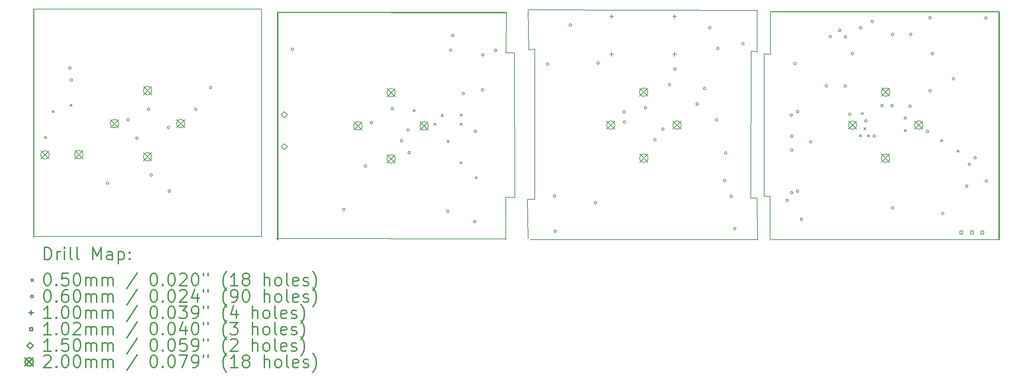
<source format=gbr>
%FSLAX45Y45*%
G04 Gerber Fmt 4.5, Leading zero omitted, Abs format (unit mm)*
G04 Created by KiCad (PCBNEW 4.0.6) date 05/08/17 07:22:51*
%MOMM*%
%LPD*%
G01*
G04 APERTURE LIST*
%ADD10C,0.127000*%
%ADD11C,0.150000*%
%ADD12C,0.200000*%
%ADD13C,0.300000*%
G04 APERTURE END LIST*
D10*
D11*
X15126190Y-7719950D02*
X20676410Y-7735250D01*
X14601950Y-8763870D02*
X14605850Y-7759710D01*
X14591970Y-12260010D02*
X14809350Y-12257470D01*
X14809350Y-12257470D02*
X14798890Y-8764090D01*
X14798890Y-8764090D02*
X14601950Y-8763870D01*
X14590270Y-13269610D02*
X14591970Y-12260010D01*
X15293110Y-8678290D02*
X15145290Y-8683810D01*
X15118870Y-12303930D02*
X15293110Y-12311990D01*
X20679770Y-13271630D02*
X20669270Y-12272430D01*
X20669270Y-12272430D02*
X20518910Y-12269890D01*
X20518910Y-12269890D02*
X20529410Y-8720590D01*
X20529410Y-8720590D02*
X20669610Y-8731090D01*
X20669610Y-8731090D02*
X20669610Y-7744590D01*
X15134790Y-7739510D02*
X15145290Y-8683810D01*
X15293110Y-8678290D02*
X15293110Y-12311990D01*
X15118870Y-12303930D02*
X15129370Y-13250530D01*
X20994170Y-8797350D02*
X20834450Y-8787510D01*
X20834450Y-8787510D02*
X20839530Y-12232470D01*
X20839530Y-12232470D02*
X20984330Y-12227930D01*
X20984330Y-12227930D02*
X20984330Y-13294730D01*
X26513530Y-13290290D02*
X26518610Y-7765790D01*
X26518610Y-7765790D02*
X20986870Y-7759450D01*
X20986870Y-7759450D02*
X20994170Y-8797350D01*
X3177810Y-13232890D02*
X3177810Y-7732890D01*
X14605850Y-13263710D02*
X9048090Y-13258930D01*
X26509810Y-13264390D02*
X26509810Y-7764390D01*
X9073010Y-7779790D02*
X14573010Y-7779790D01*
X9073010Y-13279790D02*
X9073010Y-7779790D01*
X3176210Y-13218290D02*
X3176210Y-7718290D01*
X3176410Y-13209690D02*
X3176410Y-7709690D01*
X14610510Y-7794590D02*
X9076510Y-7783190D01*
X9076510Y-13283190D02*
X9076510Y-7783190D01*
X26513210Y-7761890D02*
X21013210Y-7761890D01*
X26513210Y-13261890D02*
X26513210Y-7761890D01*
X21019610Y-13278290D02*
X26519610Y-13278290D01*
X26519610Y-13278290D02*
X26519610Y-7778290D01*
X26524010Y-7771090D02*
X21024010Y-7771090D01*
X26524010Y-13271090D02*
X26524010Y-7771090D01*
X15195210Y-13282590D02*
X20695210Y-13282590D01*
X20684310Y-13282590D02*
X15184310Y-13282590D01*
X9088410Y-7789590D02*
X14588410Y-7789590D01*
X9088410Y-13289590D02*
X9088410Y-7789590D01*
X14577510Y-7789590D02*
X9077510Y-7789590D01*
X9077510Y-13289590D02*
X9077510Y-7789590D01*
X3188010Y-13205990D02*
X8688010Y-13205990D01*
X3188010Y-7705990D02*
X8688010Y-7705990D01*
X3188010Y-13205990D02*
X3188010Y-7705990D01*
X8688010Y-13205990D02*
X8688010Y-7705990D01*
X8677110Y-13205990D02*
X3177110Y-13205990D01*
X8677110Y-7705990D02*
X3177110Y-7705990D01*
X3177110Y-13205990D02*
X3177110Y-7705990D01*
D12*
X3438010Y-10785990D02*
X3488010Y-10835990D01*
X3488010Y-10785990D02*
X3438010Y-10835990D01*
X3628790Y-10159090D02*
X3678790Y-10209090D01*
X3678790Y-10159090D02*
X3628790Y-10209090D01*
X4061510Y-10007790D02*
X4111510Y-10057790D01*
X4111510Y-10007790D02*
X4061510Y-10057790D01*
X12357210Y-10131390D02*
X12407210Y-10181390D01*
X12407210Y-10131390D02*
X12357210Y-10181390D01*
X12857810Y-10464690D02*
X12907810Y-10514690D01*
X12907810Y-10464690D02*
X12857810Y-10514690D01*
X13028710Y-10248390D02*
X13078710Y-10298390D01*
X13078710Y-10248390D02*
X13028710Y-10298390D01*
X13172110Y-10874390D02*
X13222110Y-10924390D01*
X13222110Y-10874390D02*
X13172110Y-10924390D01*
X13482210Y-11398090D02*
X13532210Y-11448090D01*
X13532210Y-11398090D02*
X13482210Y-11448090D01*
X13492710Y-10240990D02*
X13542710Y-10290990D01*
X13542710Y-10240990D02*
X13492710Y-10290990D01*
X13492710Y-10460490D02*
X13542710Y-10510490D01*
X13542710Y-10460490D02*
X13492710Y-10510490D01*
X13856210Y-11754290D02*
X13906210Y-11804290D01*
X13906210Y-11754290D02*
X13856210Y-11804290D01*
X23141310Y-10743190D02*
X23191310Y-10793190D01*
X23191310Y-10743190D02*
X23141310Y-10793190D01*
X23185210Y-10204190D02*
X23235210Y-10254190D01*
X23235210Y-10204190D02*
X23185210Y-10254190D01*
X23247610Y-10574490D02*
X23297610Y-10624490D01*
X23297610Y-10574490D02*
X23247610Y-10624490D01*
X23338710Y-10743190D02*
X23388710Y-10793190D01*
X23388710Y-10743190D02*
X23338710Y-10793190D01*
X24226910Y-10613790D02*
X24276910Y-10663790D01*
X24276910Y-10613790D02*
X24226910Y-10663790D01*
X25108410Y-10863290D02*
X25158410Y-10913290D01*
X25158410Y-10863290D02*
X25108410Y-10913290D01*
X25507410Y-11117890D02*
X25557410Y-11167890D01*
X25557410Y-11117890D02*
X25507410Y-11167890D01*
X4084010Y-9125190D02*
G75*
G03X4084010Y-9125190I-30000J0D01*
G01*
X4119010Y-9418390D02*
G75*
G03X4119010Y-9418390I-30000J0D01*
G01*
X4995300Y-11914400D02*
G75*
G03X4995300Y-11914400I-30000J0D01*
G01*
X5491030Y-10380510D02*
G75*
G03X5491030Y-10380510I-30000J0D01*
G01*
X5704810Y-10825890D02*
G75*
G03X5704810Y-10825890I-30000J0D01*
G01*
X5986330Y-10123970D02*
G75*
G03X5986330Y-10123970I-30000J0D01*
G01*
X6049310Y-11718290D02*
G75*
G03X6049310Y-11718290I-30000J0D01*
G01*
X6464710Y-10565890D02*
G75*
G03X6464710Y-10565890I-30000J0D01*
G01*
X6486810Y-12106690D02*
G75*
G03X6486810Y-12106690I-30000J0D01*
G01*
X7126210Y-10126890D02*
G75*
G03X7126210Y-10126890I-30000J0D01*
G01*
X7485410Y-9596390D02*
G75*
G03X7485410Y-9596390I-30000J0D01*
G01*
X9463810Y-8673790D02*
G75*
G03X9463810Y-8673790I-30000J0D01*
G01*
X10707710Y-12551290D02*
G75*
G03X10707710Y-12551290I-30000J0D01*
G01*
X11228160Y-11498340D02*
G75*
G03X11228160Y-11498340I-30000J0D01*
G01*
X11373930Y-10446010D02*
G75*
G03X11373930Y-10446010I-30000J0D01*
G01*
X11879390Y-10113270D02*
G75*
G03X11879390Y-10113270I-30000J0D01*
G01*
X12100370Y-10889810D02*
G75*
G03X12100370Y-10889810I-30000J0D01*
G01*
X12258310Y-10628690D02*
G75*
G03X12258310Y-10628690I-30000J0D01*
G01*
X12287470Y-11175710D02*
G75*
G03X12287470Y-11175710I-30000J0D01*
G01*
X13219910Y-12592890D02*
G75*
G03X13219910Y-12592890I-30000J0D01*
G01*
X13288210Y-8696290D02*
G75*
G03X13288210Y-8696290I-30000J0D01*
G01*
X13339510Y-8337290D02*
G75*
G03X13339510Y-8337290I-30000J0D01*
G01*
X13593510Y-9745790D02*
G75*
G03X13593510Y-9745790I-30000J0D01*
G01*
X13868910Y-12842790D02*
G75*
G03X13868910Y-12842790I-30000J0D01*
G01*
X13886570Y-10657530D02*
G75*
G03X13886570Y-10657530I-30000J0D01*
G01*
X14062810Y-9654490D02*
G75*
G03X14062810Y-9654490I-30000J0D01*
G01*
X14067410Y-8810390D02*
G75*
G03X14067410Y-8810390I-30000J0D01*
G01*
X14377710Y-8699590D02*
G75*
G03X14377710Y-8699590I-30000J0D01*
G01*
X15634230Y-9033250D02*
G75*
G03X15634230Y-9033250I-30000J0D01*
G01*
X15799610Y-12227990D02*
G75*
G03X15799610Y-12227990I-30000J0D01*
G01*
X15816010Y-13076890D02*
G75*
G03X15816010Y-13076890I-30000J0D01*
G01*
X16182210Y-8087590D02*
G75*
G03X16182210Y-8087590I-30000J0D01*
G01*
X16792210Y-12387590D02*
G75*
G03X16792210Y-12387590I-30000J0D01*
G01*
X16853310Y-9007490D02*
G75*
G03X16853310Y-9007490I-30000J0D01*
G01*
X17483350Y-10188950D02*
G75*
G03X17483350Y-10188950I-30000J0D01*
G01*
X17490970Y-10432790D02*
G75*
G03X17490970Y-10432790I-30000J0D01*
G01*
X17998010Y-10089790D02*
G75*
G03X17998010Y-10089790I-30000J0D01*
G01*
X18227570Y-10864590D02*
G75*
G03X18227570Y-10864590I-30000J0D01*
G01*
X18420910Y-10605690D02*
G75*
G03X18420910Y-10605690I-30000J0D01*
G01*
X18579960Y-9534240D02*
G75*
G03X18579960Y-9534240I-30000J0D01*
G01*
X18713710Y-9151990D02*
G75*
G03X18713710Y-9151990I-30000J0D01*
G01*
X19247810Y-9998690D02*
G75*
G03X19247810Y-9998690I-30000J0D01*
G01*
X19428210Y-9621990D02*
G75*
G03X19428210Y-9621990I-30000J0D01*
G01*
X19554510Y-8152890D02*
G75*
G03X19554510Y-8152890I-30000J0D01*
G01*
X19716010Y-10381990D02*
G75*
G03X19716010Y-10381990I-30000J0D01*
G01*
X19745610Y-8653890D02*
G75*
G03X19745610Y-8653890I-30000J0D01*
G01*
X19913610Y-11850690D02*
G75*
G03X19913610Y-11850690I-30000J0D01*
G01*
X19939530Y-11184630D02*
G75*
G03X19939530Y-11184630I-30000J0D01*
G01*
X20072910Y-12232490D02*
G75*
G03X20072910Y-12232490I-30000J0D01*
G01*
X20158010Y-13016590D02*
G75*
G03X20158010Y-13016590I-30000J0D01*
G01*
X20354810Y-8535410D02*
G75*
G03X20354810Y-8535410I-30000J0D01*
G01*
X21426710Y-12331990D02*
G75*
G03X21426710Y-12331990I-30000J0D01*
G01*
X21523510Y-10268890D02*
G75*
G03X21523510Y-10268890I-30000J0D01*
G01*
X21531810Y-12145290D02*
G75*
G03X21531810Y-12145290I-30000J0D01*
G01*
X21536010Y-10776590D02*
G75*
G03X21536010Y-10776590I-30000J0D01*
G01*
X21538410Y-11116290D02*
G75*
G03X21538410Y-11116290I-30000J0D01*
G01*
X21614310Y-9021090D02*
G75*
G03X21614310Y-9021090I-30000J0D01*
G01*
X21676210Y-12105990D02*
G75*
G03X21676210Y-12105990I-30000J0D01*
G01*
X21677010Y-10184890D02*
G75*
G03X21677010Y-10184890I-30000J0D01*
G01*
X21770310Y-12789590D02*
G75*
G03X21770310Y-12789590I-30000J0D01*
G01*
X21989910Y-10916290D02*
G75*
G03X21989910Y-10916290I-30000J0D01*
G01*
X22370610Y-9560090D02*
G75*
G03X22370610Y-9560090I-30000J0D01*
G01*
X22467360Y-8365540D02*
G75*
G03X22467360Y-8365540I-30000J0D01*
G01*
X22692910Y-8217290D02*
G75*
G03X22692910Y-8217290I-30000J0D01*
G01*
X22829710Y-9563290D02*
G75*
G03X22829710Y-9563290I-30000J0D01*
G01*
X22834210Y-8372390D02*
G75*
G03X22834210Y-8372390I-30000J0D01*
G01*
X22936710Y-10247090D02*
G75*
G03X22936710Y-10247090I-30000J0D01*
G01*
X23004310Y-8779490D02*
G75*
G03X23004310Y-8779490I-30000J0D01*
G01*
X23203430Y-8151870D02*
G75*
G03X23203430Y-8151870I-30000J0D01*
G01*
X23327890Y-10409930D02*
G75*
G03X23327890Y-10409930I-30000J0D01*
G01*
X23482830Y-8002010D02*
G75*
G03X23482830Y-8002010I-30000J0D01*
G01*
X23528550Y-10775690D02*
G75*
G03X23528550Y-10775690I-30000J0D01*
G01*
X23716510Y-10036550D02*
G75*
G03X23716510Y-10036550I-30000J0D01*
G01*
X23959870Y-10039210D02*
G75*
G03X23959870Y-10039210I-30000J0D01*
G01*
X23973050Y-8314430D02*
G75*
G03X23973050Y-8314430I-30000J0D01*
G01*
X23974410Y-12513790D02*
G75*
G03X23974410Y-12513790I-30000J0D01*
G01*
X24280390Y-10336270D02*
G75*
G03X24280390Y-10336270I-30000J0D01*
G01*
X24396010Y-10053690D02*
G75*
G03X24396010Y-10053690I-30000J0D01*
G01*
X24412470Y-8314430D02*
G75*
G03X24412470Y-8314430I-30000J0D01*
G01*
X24816330Y-10661390D02*
G75*
G03X24816330Y-10661390I-30000J0D01*
G01*
X24877010Y-7912790D02*
G75*
G03X24877010Y-7912790I-30000J0D01*
G01*
X24879610Y-9678190D02*
G75*
G03X24879610Y-9678190I-30000J0D01*
G01*
X24936910Y-8779490D02*
G75*
G03X24936910Y-8779490I-30000J0D01*
G01*
X25186510Y-12649690D02*
G75*
G03X25186510Y-12649690I-30000J0D01*
G01*
X25446410Y-9390290D02*
G75*
G03X25446410Y-9390290I-30000J0D01*
G01*
X25764110Y-11986090D02*
G75*
G03X25764110Y-11986090I-30000J0D01*
G01*
X25830810Y-11456390D02*
G75*
G03X25830810Y-11456390I-30000J0D01*
G01*
X25966950Y-11298930D02*
G75*
G03X25966950Y-11298930I-30000J0D01*
G01*
X26228810Y-7916590D02*
G75*
G03X26228810Y-7916590I-30000J0D01*
G01*
X26239410Y-11863390D02*
G75*
G03X26239410Y-11863390I-30000J0D01*
G01*
X17151210Y-7832090D02*
X17151210Y-7932090D01*
X17101210Y-7882090D02*
X17201210Y-7882090D01*
X17151210Y-8746490D02*
X17151210Y-8846490D01*
X17101210Y-8796490D02*
X17201210Y-8796490D01*
X18675210Y-7832090D02*
X18675210Y-7932090D01*
X18625210Y-7882090D02*
X18725210Y-7882090D01*
X18675210Y-8746490D02*
X18675210Y-8846490D01*
X18625210Y-8796490D02*
X18725210Y-8796490D01*
X25640131Y-13145871D02*
X25640131Y-13074029D01*
X25568289Y-13074029D01*
X25568289Y-13145871D01*
X25640131Y-13145871D01*
X25894131Y-13145871D02*
X25894131Y-13074029D01*
X25822289Y-13074029D01*
X25822289Y-13145871D01*
X25894131Y-13145871D01*
X26148131Y-13145871D02*
X26148131Y-13074029D01*
X26076289Y-13074029D01*
X26076289Y-13145871D01*
X26148131Y-13145871D01*
X9238010Y-10334890D02*
X9313010Y-10259890D01*
X9238010Y-10184890D01*
X9163010Y-10259890D01*
X9238010Y-10334890D01*
X9238010Y-11108290D02*
X9313010Y-11033290D01*
X9238010Y-10958290D01*
X9163010Y-11033290D01*
X9238010Y-11108290D01*
X3351510Y-11129890D02*
X3551510Y-11329890D01*
X3551510Y-11129890D02*
X3351510Y-11329890D01*
X3551510Y-11229890D02*
G75*
G03X3551510Y-11229890I-100000J0D01*
G01*
X4171910Y-11123290D02*
X4371910Y-11323290D01*
X4371910Y-11123290D02*
X4171910Y-11323290D01*
X4371910Y-11223290D02*
G75*
G03X4371910Y-11223290I-100000J0D01*
G01*
X5033370Y-10374490D02*
X5233370Y-10574490D01*
X5233370Y-10374490D02*
X5033370Y-10574490D01*
X5233370Y-10474490D02*
G75*
G03X5233370Y-10474490I-100000J0D01*
G01*
X5833470Y-9574390D02*
X6033470Y-9774390D01*
X6033470Y-9574390D02*
X5833470Y-9774390D01*
X6033470Y-9674390D02*
G75*
G03X6033470Y-9674390I-100000J0D01*
G01*
X5833470Y-11177130D02*
X6033470Y-11377130D01*
X6033470Y-11177130D02*
X5833470Y-11377130D01*
X6033470Y-11277130D02*
G75*
G03X6033470Y-11277130I-100000J0D01*
G01*
X6633570Y-10374490D02*
X6833570Y-10574490D01*
X6833570Y-10374490D02*
X6633570Y-10574490D01*
X6833570Y-10474490D02*
G75*
G03X6833570Y-10474490I-100000J0D01*
G01*
X10918810Y-10427290D02*
X11118810Y-10627290D01*
X11118810Y-10427290D02*
X10918810Y-10627290D01*
X11118810Y-10527290D02*
G75*
G03X11118810Y-10527290I-100000J0D01*
G01*
X11718910Y-9624650D02*
X11918910Y-9824650D01*
X11918910Y-9624650D02*
X11718910Y-9824650D01*
X11918910Y-9724650D02*
G75*
G03X11918910Y-9724650I-100000J0D01*
G01*
X11718910Y-11227390D02*
X11918910Y-11427390D01*
X11918910Y-11227390D02*
X11718910Y-11427390D01*
X11918910Y-11327390D02*
G75*
G03X11918910Y-11327390I-100000J0D01*
G01*
X12519010Y-10427290D02*
X12719010Y-10627290D01*
X12719010Y-10427290D02*
X12519010Y-10627290D01*
X12719010Y-10527290D02*
G75*
G03X12719010Y-10527290I-100000J0D01*
G01*
X17030770Y-10408990D02*
X17230770Y-10608990D01*
X17230770Y-10408990D02*
X17030770Y-10608990D01*
X17230770Y-10508990D02*
G75*
G03X17230770Y-10508990I-100000J0D01*
G01*
X17825770Y-9611350D02*
X18025770Y-9811350D01*
X18025770Y-9611350D02*
X17825770Y-9811350D01*
X18025770Y-9711350D02*
G75*
G03X18025770Y-9711350I-100000J0D01*
G01*
X17830870Y-11209090D02*
X18030870Y-11409090D01*
X18030870Y-11209090D02*
X17830870Y-11409090D01*
X18030870Y-11309090D02*
G75*
G03X18030870Y-11309090I-100000J0D01*
G01*
X18630970Y-10408990D02*
X18830970Y-10608990D01*
X18830970Y-10408990D02*
X18630970Y-10608990D01*
X18830970Y-10508990D02*
G75*
G03X18830970Y-10508990I-100000J0D01*
G01*
X22875310Y-10408990D02*
X23075310Y-10608990D01*
X23075310Y-10408990D02*
X22875310Y-10608990D01*
X23075310Y-10508990D02*
G75*
G03X23075310Y-10508990I-100000J0D01*
G01*
X23672870Y-11209090D02*
X23872870Y-11409090D01*
X23872870Y-11209090D02*
X23672870Y-11409090D01*
X23872870Y-11309090D02*
G75*
G03X23872870Y-11309090I-100000J0D01*
G01*
X23676110Y-9610890D02*
X23876110Y-9810890D01*
X23876110Y-9610890D02*
X23676110Y-9810890D01*
X23876110Y-9710890D02*
G75*
G03X23876110Y-9710890I-100000J0D01*
G01*
X24475510Y-10408990D02*
X24675510Y-10608990D01*
X24675510Y-10408990D02*
X24475510Y-10608990D01*
X24675510Y-10508990D02*
G75*
G03X24675510Y-10508990I-100000J0D01*
G01*
D13*
X3440138Y-13767944D02*
X3440138Y-13467944D01*
X3511567Y-13467944D01*
X3554424Y-13482230D01*
X3582996Y-13510801D01*
X3597281Y-13539373D01*
X3611567Y-13596516D01*
X3611567Y-13639373D01*
X3597281Y-13696516D01*
X3582996Y-13725087D01*
X3554424Y-13753659D01*
X3511567Y-13767944D01*
X3440138Y-13767944D01*
X3740138Y-13767944D02*
X3740138Y-13567944D01*
X3740138Y-13625087D02*
X3754424Y-13596516D01*
X3768710Y-13582230D01*
X3797281Y-13567944D01*
X3825853Y-13567944D01*
X3925853Y-13767944D02*
X3925853Y-13567944D01*
X3925853Y-13467944D02*
X3911567Y-13482230D01*
X3925853Y-13496516D01*
X3940138Y-13482230D01*
X3925853Y-13467944D01*
X3925853Y-13496516D01*
X4111567Y-13767944D02*
X4082996Y-13753659D01*
X4068710Y-13725087D01*
X4068710Y-13467944D01*
X4268710Y-13767944D02*
X4240139Y-13753659D01*
X4225853Y-13725087D01*
X4225853Y-13467944D01*
X4611567Y-13767944D02*
X4611567Y-13467944D01*
X4711567Y-13682230D01*
X4811567Y-13467944D01*
X4811567Y-13767944D01*
X5082996Y-13767944D02*
X5082996Y-13610801D01*
X5068710Y-13582230D01*
X5040139Y-13567944D01*
X4982996Y-13567944D01*
X4954424Y-13582230D01*
X5082996Y-13753659D02*
X5054424Y-13767944D01*
X4982996Y-13767944D01*
X4954424Y-13753659D01*
X4940139Y-13725087D01*
X4940139Y-13696516D01*
X4954424Y-13667944D01*
X4982996Y-13653659D01*
X5054424Y-13653659D01*
X5082996Y-13639373D01*
X5225853Y-13567944D02*
X5225853Y-13867944D01*
X5225853Y-13582230D02*
X5254424Y-13567944D01*
X5311567Y-13567944D01*
X5340139Y-13582230D01*
X5354424Y-13596516D01*
X5368710Y-13625087D01*
X5368710Y-13710801D01*
X5354424Y-13739373D01*
X5340139Y-13753659D01*
X5311567Y-13767944D01*
X5254424Y-13767944D01*
X5225853Y-13753659D01*
X5497281Y-13739373D02*
X5511567Y-13753659D01*
X5497281Y-13767944D01*
X5482996Y-13753659D01*
X5497281Y-13739373D01*
X5497281Y-13767944D01*
X5497281Y-13582230D02*
X5511567Y-13596516D01*
X5497281Y-13610801D01*
X5482996Y-13596516D01*
X5497281Y-13582230D01*
X5497281Y-13610801D01*
X3118710Y-14237230D02*
X3168710Y-14287230D01*
X3168710Y-14237230D02*
X3118710Y-14287230D01*
X3497281Y-14097944D02*
X3525853Y-14097944D01*
X3554424Y-14112230D01*
X3568710Y-14126516D01*
X3582996Y-14155087D01*
X3597281Y-14212230D01*
X3597281Y-14283659D01*
X3582996Y-14340801D01*
X3568710Y-14369373D01*
X3554424Y-14383659D01*
X3525853Y-14397944D01*
X3497281Y-14397944D01*
X3468710Y-14383659D01*
X3454424Y-14369373D01*
X3440138Y-14340801D01*
X3425853Y-14283659D01*
X3425853Y-14212230D01*
X3440138Y-14155087D01*
X3454424Y-14126516D01*
X3468710Y-14112230D01*
X3497281Y-14097944D01*
X3725853Y-14369373D02*
X3740138Y-14383659D01*
X3725853Y-14397944D01*
X3711567Y-14383659D01*
X3725853Y-14369373D01*
X3725853Y-14397944D01*
X4011567Y-14097944D02*
X3868710Y-14097944D01*
X3854424Y-14240801D01*
X3868710Y-14226516D01*
X3897281Y-14212230D01*
X3968710Y-14212230D01*
X3997281Y-14226516D01*
X4011567Y-14240801D01*
X4025853Y-14269373D01*
X4025853Y-14340801D01*
X4011567Y-14369373D01*
X3997281Y-14383659D01*
X3968710Y-14397944D01*
X3897281Y-14397944D01*
X3868710Y-14383659D01*
X3854424Y-14369373D01*
X4211567Y-14097944D02*
X4240139Y-14097944D01*
X4268710Y-14112230D01*
X4282996Y-14126516D01*
X4297281Y-14155087D01*
X4311567Y-14212230D01*
X4311567Y-14283659D01*
X4297281Y-14340801D01*
X4282996Y-14369373D01*
X4268710Y-14383659D01*
X4240139Y-14397944D01*
X4211567Y-14397944D01*
X4182996Y-14383659D01*
X4168710Y-14369373D01*
X4154424Y-14340801D01*
X4140138Y-14283659D01*
X4140138Y-14212230D01*
X4154424Y-14155087D01*
X4168710Y-14126516D01*
X4182996Y-14112230D01*
X4211567Y-14097944D01*
X4440139Y-14397944D02*
X4440139Y-14197944D01*
X4440139Y-14226516D02*
X4454424Y-14212230D01*
X4482996Y-14197944D01*
X4525853Y-14197944D01*
X4554424Y-14212230D01*
X4568710Y-14240801D01*
X4568710Y-14397944D01*
X4568710Y-14240801D02*
X4582996Y-14212230D01*
X4611567Y-14197944D01*
X4654424Y-14197944D01*
X4682996Y-14212230D01*
X4697281Y-14240801D01*
X4697281Y-14397944D01*
X4840139Y-14397944D02*
X4840139Y-14197944D01*
X4840139Y-14226516D02*
X4854424Y-14212230D01*
X4882996Y-14197944D01*
X4925853Y-14197944D01*
X4954424Y-14212230D01*
X4968710Y-14240801D01*
X4968710Y-14397944D01*
X4968710Y-14240801D02*
X4982996Y-14212230D01*
X5011567Y-14197944D01*
X5054424Y-14197944D01*
X5082996Y-14212230D01*
X5097281Y-14240801D01*
X5097281Y-14397944D01*
X5682996Y-14083659D02*
X5425853Y-14469373D01*
X6068710Y-14097944D02*
X6097281Y-14097944D01*
X6125853Y-14112230D01*
X6140138Y-14126516D01*
X6154424Y-14155087D01*
X6168710Y-14212230D01*
X6168710Y-14283659D01*
X6154424Y-14340801D01*
X6140138Y-14369373D01*
X6125853Y-14383659D01*
X6097281Y-14397944D01*
X6068710Y-14397944D01*
X6040138Y-14383659D01*
X6025853Y-14369373D01*
X6011567Y-14340801D01*
X5997281Y-14283659D01*
X5997281Y-14212230D01*
X6011567Y-14155087D01*
X6025853Y-14126516D01*
X6040138Y-14112230D01*
X6068710Y-14097944D01*
X6297281Y-14369373D02*
X6311567Y-14383659D01*
X6297281Y-14397944D01*
X6282996Y-14383659D01*
X6297281Y-14369373D01*
X6297281Y-14397944D01*
X6497281Y-14097944D02*
X6525853Y-14097944D01*
X6554424Y-14112230D01*
X6568710Y-14126516D01*
X6582995Y-14155087D01*
X6597281Y-14212230D01*
X6597281Y-14283659D01*
X6582995Y-14340801D01*
X6568710Y-14369373D01*
X6554424Y-14383659D01*
X6525853Y-14397944D01*
X6497281Y-14397944D01*
X6468710Y-14383659D01*
X6454424Y-14369373D01*
X6440138Y-14340801D01*
X6425853Y-14283659D01*
X6425853Y-14212230D01*
X6440138Y-14155087D01*
X6454424Y-14126516D01*
X6468710Y-14112230D01*
X6497281Y-14097944D01*
X6711567Y-14126516D02*
X6725853Y-14112230D01*
X6754424Y-14097944D01*
X6825853Y-14097944D01*
X6854424Y-14112230D01*
X6868710Y-14126516D01*
X6882995Y-14155087D01*
X6882995Y-14183659D01*
X6868710Y-14226516D01*
X6697281Y-14397944D01*
X6882995Y-14397944D01*
X7068710Y-14097944D02*
X7097281Y-14097944D01*
X7125853Y-14112230D01*
X7140138Y-14126516D01*
X7154424Y-14155087D01*
X7168710Y-14212230D01*
X7168710Y-14283659D01*
X7154424Y-14340801D01*
X7140138Y-14369373D01*
X7125853Y-14383659D01*
X7097281Y-14397944D01*
X7068710Y-14397944D01*
X7040138Y-14383659D01*
X7025853Y-14369373D01*
X7011567Y-14340801D01*
X6997281Y-14283659D01*
X6997281Y-14212230D01*
X7011567Y-14155087D01*
X7025853Y-14126516D01*
X7040138Y-14112230D01*
X7068710Y-14097944D01*
X7282996Y-14097944D02*
X7282996Y-14155087D01*
X7397281Y-14097944D02*
X7397281Y-14155087D01*
X7840138Y-14512230D02*
X7825853Y-14497944D01*
X7797281Y-14455087D01*
X7782995Y-14426516D01*
X7768710Y-14383659D01*
X7754424Y-14312230D01*
X7754424Y-14255087D01*
X7768710Y-14183659D01*
X7782995Y-14140801D01*
X7797281Y-14112230D01*
X7825853Y-14069373D01*
X7840138Y-14055087D01*
X8111567Y-14397944D02*
X7940138Y-14397944D01*
X8025853Y-14397944D02*
X8025853Y-14097944D01*
X7997281Y-14140801D01*
X7968710Y-14169373D01*
X7940138Y-14183659D01*
X8282995Y-14226516D02*
X8254424Y-14212230D01*
X8240138Y-14197944D01*
X8225853Y-14169373D01*
X8225853Y-14155087D01*
X8240138Y-14126516D01*
X8254424Y-14112230D01*
X8282995Y-14097944D01*
X8340138Y-14097944D01*
X8368710Y-14112230D01*
X8382995Y-14126516D01*
X8397281Y-14155087D01*
X8397281Y-14169373D01*
X8382995Y-14197944D01*
X8368710Y-14212230D01*
X8340138Y-14226516D01*
X8282995Y-14226516D01*
X8254424Y-14240801D01*
X8240138Y-14255087D01*
X8225853Y-14283659D01*
X8225853Y-14340801D01*
X8240138Y-14369373D01*
X8254424Y-14383659D01*
X8282995Y-14397944D01*
X8340138Y-14397944D01*
X8368710Y-14383659D01*
X8382995Y-14369373D01*
X8397281Y-14340801D01*
X8397281Y-14283659D01*
X8382995Y-14255087D01*
X8368710Y-14240801D01*
X8340138Y-14226516D01*
X8754424Y-14397944D02*
X8754424Y-14097944D01*
X8882996Y-14397944D02*
X8882996Y-14240801D01*
X8868710Y-14212230D01*
X8840138Y-14197944D01*
X8797281Y-14197944D01*
X8768710Y-14212230D01*
X8754424Y-14226516D01*
X9068710Y-14397944D02*
X9040138Y-14383659D01*
X9025853Y-14369373D01*
X9011567Y-14340801D01*
X9011567Y-14255087D01*
X9025853Y-14226516D01*
X9040138Y-14212230D01*
X9068710Y-14197944D01*
X9111567Y-14197944D01*
X9140138Y-14212230D01*
X9154424Y-14226516D01*
X9168710Y-14255087D01*
X9168710Y-14340801D01*
X9154424Y-14369373D01*
X9140138Y-14383659D01*
X9111567Y-14397944D01*
X9068710Y-14397944D01*
X9340138Y-14397944D02*
X9311567Y-14383659D01*
X9297281Y-14355087D01*
X9297281Y-14097944D01*
X9568710Y-14383659D02*
X9540139Y-14397944D01*
X9482996Y-14397944D01*
X9454424Y-14383659D01*
X9440139Y-14355087D01*
X9440139Y-14240801D01*
X9454424Y-14212230D01*
X9482996Y-14197944D01*
X9540139Y-14197944D01*
X9568710Y-14212230D01*
X9582996Y-14240801D01*
X9582996Y-14269373D01*
X9440139Y-14297944D01*
X9697281Y-14383659D02*
X9725853Y-14397944D01*
X9782996Y-14397944D01*
X9811567Y-14383659D01*
X9825853Y-14355087D01*
X9825853Y-14340801D01*
X9811567Y-14312230D01*
X9782996Y-14297944D01*
X9740139Y-14297944D01*
X9711567Y-14283659D01*
X9697281Y-14255087D01*
X9697281Y-14240801D01*
X9711567Y-14212230D01*
X9740139Y-14197944D01*
X9782996Y-14197944D01*
X9811567Y-14212230D01*
X9925853Y-14512230D02*
X9940139Y-14497944D01*
X9968710Y-14455087D01*
X9982996Y-14426516D01*
X9997281Y-14383659D01*
X10011567Y-14312230D01*
X10011567Y-14255087D01*
X9997281Y-14183659D01*
X9982996Y-14140801D01*
X9968710Y-14112230D01*
X9940139Y-14069373D01*
X9925853Y-14055087D01*
X3168710Y-14658230D02*
G75*
G03X3168710Y-14658230I-30000J0D01*
G01*
X3497281Y-14493944D02*
X3525853Y-14493944D01*
X3554424Y-14508230D01*
X3568710Y-14522516D01*
X3582996Y-14551087D01*
X3597281Y-14608230D01*
X3597281Y-14679659D01*
X3582996Y-14736801D01*
X3568710Y-14765373D01*
X3554424Y-14779659D01*
X3525853Y-14793944D01*
X3497281Y-14793944D01*
X3468710Y-14779659D01*
X3454424Y-14765373D01*
X3440138Y-14736801D01*
X3425853Y-14679659D01*
X3425853Y-14608230D01*
X3440138Y-14551087D01*
X3454424Y-14522516D01*
X3468710Y-14508230D01*
X3497281Y-14493944D01*
X3725853Y-14765373D02*
X3740138Y-14779659D01*
X3725853Y-14793944D01*
X3711567Y-14779659D01*
X3725853Y-14765373D01*
X3725853Y-14793944D01*
X3997281Y-14493944D02*
X3940138Y-14493944D01*
X3911567Y-14508230D01*
X3897281Y-14522516D01*
X3868710Y-14565373D01*
X3854424Y-14622516D01*
X3854424Y-14736801D01*
X3868710Y-14765373D01*
X3882996Y-14779659D01*
X3911567Y-14793944D01*
X3968710Y-14793944D01*
X3997281Y-14779659D01*
X4011567Y-14765373D01*
X4025853Y-14736801D01*
X4025853Y-14665373D01*
X4011567Y-14636801D01*
X3997281Y-14622516D01*
X3968710Y-14608230D01*
X3911567Y-14608230D01*
X3882996Y-14622516D01*
X3868710Y-14636801D01*
X3854424Y-14665373D01*
X4211567Y-14493944D02*
X4240139Y-14493944D01*
X4268710Y-14508230D01*
X4282996Y-14522516D01*
X4297281Y-14551087D01*
X4311567Y-14608230D01*
X4311567Y-14679659D01*
X4297281Y-14736801D01*
X4282996Y-14765373D01*
X4268710Y-14779659D01*
X4240139Y-14793944D01*
X4211567Y-14793944D01*
X4182996Y-14779659D01*
X4168710Y-14765373D01*
X4154424Y-14736801D01*
X4140138Y-14679659D01*
X4140138Y-14608230D01*
X4154424Y-14551087D01*
X4168710Y-14522516D01*
X4182996Y-14508230D01*
X4211567Y-14493944D01*
X4440139Y-14793944D02*
X4440139Y-14593944D01*
X4440139Y-14622516D02*
X4454424Y-14608230D01*
X4482996Y-14593944D01*
X4525853Y-14593944D01*
X4554424Y-14608230D01*
X4568710Y-14636801D01*
X4568710Y-14793944D01*
X4568710Y-14636801D02*
X4582996Y-14608230D01*
X4611567Y-14593944D01*
X4654424Y-14593944D01*
X4682996Y-14608230D01*
X4697281Y-14636801D01*
X4697281Y-14793944D01*
X4840139Y-14793944D02*
X4840139Y-14593944D01*
X4840139Y-14622516D02*
X4854424Y-14608230D01*
X4882996Y-14593944D01*
X4925853Y-14593944D01*
X4954424Y-14608230D01*
X4968710Y-14636801D01*
X4968710Y-14793944D01*
X4968710Y-14636801D02*
X4982996Y-14608230D01*
X5011567Y-14593944D01*
X5054424Y-14593944D01*
X5082996Y-14608230D01*
X5097281Y-14636801D01*
X5097281Y-14793944D01*
X5682996Y-14479659D02*
X5425853Y-14865373D01*
X6068710Y-14493944D02*
X6097281Y-14493944D01*
X6125853Y-14508230D01*
X6140138Y-14522516D01*
X6154424Y-14551087D01*
X6168710Y-14608230D01*
X6168710Y-14679659D01*
X6154424Y-14736801D01*
X6140138Y-14765373D01*
X6125853Y-14779659D01*
X6097281Y-14793944D01*
X6068710Y-14793944D01*
X6040138Y-14779659D01*
X6025853Y-14765373D01*
X6011567Y-14736801D01*
X5997281Y-14679659D01*
X5997281Y-14608230D01*
X6011567Y-14551087D01*
X6025853Y-14522516D01*
X6040138Y-14508230D01*
X6068710Y-14493944D01*
X6297281Y-14765373D02*
X6311567Y-14779659D01*
X6297281Y-14793944D01*
X6282996Y-14779659D01*
X6297281Y-14765373D01*
X6297281Y-14793944D01*
X6497281Y-14493944D02*
X6525853Y-14493944D01*
X6554424Y-14508230D01*
X6568710Y-14522516D01*
X6582995Y-14551087D01*
X6597281Y-14608230D01*
X6597281Y-14679659D01*
X6582995Y-14736801D01*
X6568710Y-14765373D01*
X6554424Y-14779659D01*
X6525853Y-14793944D01*
X6497281Y-14793944D01*
X6468710Y-14779659D01*
X6454424Y-14765373D01*
X6440138Y-14736801D01*
X6425853Y-14679659D01*
X6425853Y-14608230D01*
X6440138Y-14551087D01*
X6454424Y-14522516D01*
X6468710Y-14508230D01*
X6497281Y-14493944D01*
X6711567Y-14522516D02*
X6725853Y-14508230D01*
X6754424Y-14493944D01*
X6825853Y-14493944D01*
X6854424Y-14508230D01*
X6868710Y-14522516D01*
X6882995Y-14551087D01*
X6882995Y-14579659D01*
X6868710Y-14622516D01*
X6697281Y-14793944D01*
X6882995Y-14793944D01*
X7140138Y-14593944D02*
X7140138Y-14793944D01*
X7068710Y-14479659D02*
X6997281Y-14693944D01*
X7182995Y-14693944D01*
X7282996Y-14493944D02*
X7282996Y-14551087D01*
X7397281Y-14493944D02*
X7397281Y-14551087D01*
X7840138Y-14908230D02*
X7825853Y-14893944D01*
X7797281Y-14851087D01*
X7782995Y-14822516D01*
X7768710Y-14779659D01*
X7754424Y-14708230D01*
X7754424Y-14651087D01*
X7768710Y-14579659D01*
X7782995Y-14536801D01*
X7797281Y-14508230D01*
X7825853Y-14465373D01*
X7840138Y-14451087D01*
X7968710Y-14793944D02*
X8025853Y-14793944D01*
X8054424Y-14779659D01*
X8068710Y-14765373D01*
X8097281Y-14722516D01*
X8111567Y-14665373D01*
X8111567Y-14551087D01*
X8097281Y-14522516D01*
X8082995Y-14508230D01*
X8054424Y-14493944D01*
X7997281Y-14493944D01*
X7968710Y-14508230D01*
X7954424Y-14522516D01*
X7940138Y-14551087D01*
X7940138Y-14622516D01*
X7954424Y-14651087D01*
X7968710Y-14665373D01*
X7997281Y-14679659D01*
X8054424Y-14679659D01*
X8082995Y-14665373D01*
X8097281Y-14651087D01*
X8111567Y-14622516D01*
X8297281Y-14493944D02*
X8325853Y-14493944D01*
X8354424Y-14508230D01*
X8368710Y-14522516D01*
X8382995Y-14551087D01*
X8397281Y-14608230D01*
X8397281Y-14679659D01*
X8382995Y-14736801D01*
X8368710Y-14765373D01*
X8354424Y-14779659D01*
X8325853Y-14793944D01*
X8297281Y-14793944D01*
X8268710Y-14779659D01*
X8254424Y-14765373D01*
X8240138Y-14736801D01*
X8225853Y-14679659D01*
X8225853Y-14608230D01*
X8240138Y-14551087D01*
X8254424Y-14522516D01*
X8268710Y-14508230D01*
X8297281Y-14493944D01*
X8754424Y-14793944D02*
X8754424Y-14493944D01*
X8882996Y-14793944D02*
X8882996Y-14636801D01*
X8868710Y-14608230D01*
X8840138Y-14593944D01*
X8797281Y-14593944D01*
X8768710Y-14608230D01*
X8754424Y-14622516D01*
X9068710Y-14793944D02*
X9040138Y-14779659D01*
X9025853Y-14765373D01*
X9011567Y-14736801D01*
X9011567Y-14651087D01*
X9025853Y-14622516D01*
X9040138Y-14608230D01*
X9068710Y-14593944D01*
X9111567Y-14593944D01*
X9140138Y-14608230D01*
X9154424Y-14622516D01*
X9168710Y-14651087D01*
X9168710Y-14736801D01*
X9154424Y-14765373D01*
X9140138Y-14779659D01*
X9111567Y-14793944D01*
X9068710Y-14793944D01*
X9340138Y-14793944D02*
X9311567Y-14779659D01*
X9297281Y-14751087D01*
X9297281Y-14493944D01*
X9568710Y-14779659D02*
X9540139Y-14793944D01*
X9482996Y-14793944D01*
X9454424Y-14779659D01*
X9440139Y-14751087D01*
X9440139Y-14636801D01*
X9454424Y-14608230D01*
X9482996Y-14593944D01*
X9540139Y-14593944D01*
X9568710Y-14608230D01*
X9582996Y-14636801D01*
X9582996Y-14665373D01*
X9440139Y-14693944D01*
X9697281Y-14779659D02*
X9725853Y-14793944D01*
X9782996Y-14793944D01*
X9811567Y-14779659D01*
X9825853Y-14751087D01*
X9825853Y-14736801D01*
X9811567Y-14708230D01*
X9782996Y-14693944D01*
X9740139Y-14693944D01*
X9711567Y-14679659D01*
X9697281Y-14651087D01*
X9697281Y-14636801D01*
X9711567Y-14608230D01*
X9740139Y-14593944D01*
X9782996Y-14593944D01*
X9811567Y-14608230D01*
X9925853Y-14908230D02*
X9940139Y-14893944D01*
X9968710Y-14851087D01*
X9982996Y-14822516D01*
X9997281Y-14779659D01*
X10011567Y-14708230D01*
X10011567Y-14651087D01*
X9997281Y-14579659D01*
X9982996Y-14536801D01*
X9968710Y-14508230D01*
X9940139Y-14465373D01*
X9925853Y-14451087D01*
X3118710Y-15004230D02*
X3118710Y-15104230D01*
X3068710Y-15054230D02*
X3168710Y-15054230D01*
X3597281Y-15189944D02*
X3425853Y-15189944D01*
X3511567Y-15189944D02*
X3511567Y-14889944D01*
X3482996Y-14932801D01*
X3454424Y-14961373D01*
X3425853Y-14975659D01*
X3725853Y-15161373D02*
X3740138Y-15175659D01*
X3725853Y-15189944D01*
X3711567Y-15175659D01*
X3725853Y-15161373D01*
X3725853Y-15189944D01*
X3925853Y-14889944D02*
X3954424Y-14889944D01*
X3982996Y-14904230D01*
X3997281Y-14918516D01*
X4011567Y-14947087D01*
X4025853Y-15004230D01*
X4025853Y-15075659D01*
X4011567Y-15132801D01*
X3997281Y-15161373D01*
X3982996Y-15175659D01*
X3954424Y-15189944D01*
X3925853Y-15189944D01*
X3897281Y-15175659D01*
X3882996Y-15161373D01*
X3868710Y-15132801D01*
X3854424Y-15075659D01*
X3854424Y-15004230D01*
X3868710Y-14947087D01*
X3882996Y-14918516D01*
X3897281Y-14904230D01*
X3925853Y-14889944D01*
X4211567Y-14889944D02*
X4240139Y-14889944D01*
X4268710Y-14904230D01*
X4282996Y-14918516D01*
X4297281Y-14947087D01*
X4311567Y-15004230D01*
X4311567Y-15075659D01*
X4297281Y-15132801D01*
X4282996Y-15161373D01*
X4268710Y-15175659D01*
X4240139Y-15189944D01*
X4211567Y-15189944D01*
X4182996Y-15175659D01*
X4168710Y-15161373D01*
X4154424Y-15132801D01*
X4140138Y-15075659D01*
X4140138Y-15004230D01*
X4154424Y-14947087D01*
X4168710Y-14918516D01*
X4182996Y-14904230D01*
X4211567Y-14889944D01*
X4440139Y-15189944D02*
X4440139Y-14989944D01*
X4440139Y-15018516D02*
X4454424Y-15004230D01*
X4482996Y-14989944D01*
X4525853Y-14989944D01*
X4554424Y-15004230D01*
X4568710Y-15032801D01*
X4568710Y-15189944D01*
X4568710Y-15032801D02*
X4582996Y-15004230D01*
X4611567Y-14989944D01*
X4654424Y-14989944D01*
X4682996Y-15004230D01*
X4697281Y-15032801D01*
X4697281Y-15189944D01*
X4840139Y-15189944D02*
X4840139Y-14989944D01*
X4840139Y-15018516D02*
X4854424Y-15004230D01*
X4882996Y-14989944D01*
X4925853Y-14989944D01*
X4954424Y-15004230D01*
X4968710Y-15032801D01*
X4968710Y-15189944D01*
X4968710Y-15032801D02*
X4982996Y-15004230D01*
X5011567Y-14989944D01*
X5054424Y-14989944D01*
X5082996Y-15004230D01*
X5097281Y-15032801D01*
X5097281Y-15189944D01*
X5682996Y-14875659D02*
X5425853Y-15261373D01*
X6068710Y-14889944D02*
X6097281Y-14889944D01*
X6125853Y-14904230D01*
X6140138Y-14918516D01*
X6154424Y-14947087D01*
X6168710Y-15004230D01*
X6168710Y-15075659D01*
X6154424Y-15132801D01*
X6140138Y-15161373D01*
X6125853Y-15175659D01*
X6097281Y-15189944D01*
X6068710Y-15189944D01*
X6040138Y-15175659D01*
X6025853Y-15161373D01*
X6011567Y-15132801D01*
X5997281Y-15075659D01*
X5997281Y-15004230D01*
X6011567Y-14947087D01*
X6025853Y-14918516D01*
X6040138Y-14904230D01*
X6068710Y-14889944D01*
X6297281Y-15161373D02*
X6311567Y-15175659D01*
X6297281Y-15189944D01*
X6282996Y-15175659D01*
X6297281Y-15161373D01*
X6297281Y-15189944D01*
X6497281Y-14889944D02*
X6525853Y-14889944D01*
X6554424Y-14904230D01*
X6568710Y-14918516D01*
X6582995Y-14947087D01*
X6597281Y-15004230D01*
X6597281Y-15075659D01*
X6582995Y-15132801D01*
X6568710Y-15161373D01*
X6554424Y-15175659D01*
X6525853Y-15189944D01*
X6497281Y-15189944D01*
X6468710Y-15175659D01*
X6454424Y-15161373D01*
X6440138Y-15132801D01*
X6425853Y-15075659D01*
X6425853Y-15004230D01*
X6440138Y-14947087D01*
X6454424Y-14918516D01*
X6468710Y-14904230D01*
X6497281Y-14889944D01*
X6697281Y-14889944D02*
X6882995Y-14889944D01*
X6782995Y-15004230D01*
X6825853Y-15004230D01*
X6854424Y-15018516D01*
X6868710Y-15032801D01*
X6882995Y-15061373D01*
X6882995Y-15132801D01*
X6868710Y-15161373D01*
X6854424Y-15175659D01*
X6825853Y-15189944D01*
X6740138Y-15189944D01*
X6711567Y-15175659D01*
X6697281Y-15161373D01*
X7025853Y-15189944D02*
X7082995Y-15189944D01*
X7111567Y-15175659D01*
X7125853Y-15161373D01*
X7154424Y-15118516D01*
X7168710Y-15061373D01*
X7168710Y-14947087D01*
X7154424Y-14918516D01*
X7140138Y-14904230D01*
X7111567Y-14889944D01*
X7054424Y-14889944D01*
X7025853Y-14904230D01*
X7011567Y-14918516D01*
X6997281Y-14947087D01*
X6997281Y-15018516D01*
X7011567Y-15047087D01*
X7025853Y-15061373D01*
X7054424Y-15075659D01*
X7111567Y-15075659D01*
X7140138Y-15061373D01*
X7154424Y-15047087D01*
X7168710Y-15018516D01*
X7282996Y-14889944D02*
X7282996Y-14947087D01*
X7397281Y-14889944D02*
X7397281Y-14947087D01*
X7840138Y-15304230D02*
X7825853Y-15289944D01*
X7797281Y-15247087D01*
X7782995Y-15218516D01*
X7768710Y-15175659D01*
X7754424Y-15104230D01*
X7754424Y-15047087D01*
X7768710Y-14975659D01*
X7782995Y-14932801D01*
X7797281Y-14904230D01*
X7825853Y-14861373D01*
X7840138Y-14847087D01*
X8082995Y-14989944D02*
X8082995Y-15189944D01*
X8011567Y-14875659D02*
X7940138Y-15089944D01*
X8125853Y-15089944D01*
X8468710Y-15189944D02*
X8468710Y-14889944D01*
X8597281Y-15189944D02*
X8597281Y-15032801D01*
X8582996Y-15004230D01*
X8554424Y-14989944D01*
X8511567Y-14989944D01*
X8482996Y-15004230D01*
X8468710Y-15018516D01*
X8782996Y-15189944D02*
X8754424Y-15175659D01*
X8740138Y-15161373D01*
X8725853Y-15132801D01*
X8725853Y-15047087D01*
X8740138Y-15018516D01*
X8754424Y-15004230D01*
X8782996Y-14989944D01*
X8825853Y-14989944D01*
X8854424Y-15004230D01*
X8868710Y-15018516D01*
X8882996Y-15047087D01*
X8882996Y-15132801D01*
X8868710Y-15161373D01*
X8854424Y-15175659D01*
X8825853Y-15189944D01*
X8782996Y-15189944D01*
X9054424Y-15189944D02*
X9025853Y-15175659D01*
X9011567Y-15147087D01*
X9011567Y-14889944D01*
X9282996Y-15175659D02*
X9254424Y-15189944D01*
X9197281Y-15189944D01*
X9168710Y-15175659D01*
X9154424Y-15147087D01*
X9154424Y-15032801D01*
X9168710Y-15004230D01*
X9197281Y-14989944D01*
X9254424Y-14989944D01*
X9282996Y-15004230D01*
X9297281Y-15032801D01*
X9297281Y-15061373D01*
X9154424Y-15089944D01*
X9411567Y-15175659D02*
X9440139Y-15189944D01*
X9497281Y-15189944D01*
X9525853Y-15175659D01*
X9540139Y-15147087D01*
X9540139Y-15132801D01*
X9525853Y-15104230D01*
X9497281Y-15089944D01*
X9454424Y-15089944D01*
X9425853Y-15075659D01*
X9411567Y-15047087D01*
X9411567Y-15032801D01*
X9425853Y-15004230D01*
X9454424Y-14989944D01*
X9497281Y-14989944D01*
X9525853Y-15004230D01*
X9640138Y-15304230D02*
X9654424Y-15289944D01*
X9682996Y-15247087D01*
X9697281Y-15218516D01*
X9711567Y-15175659D01*
X9725853Y-15104230D01*
X9725853Y-15047087D01*
X9711567Y-14975659D01*
X9697281Y-14932801D01*
X9682996Y-14904230D01*
X9654424Y-14861373D01*
X9640138Y-14847087D01*
X3153831Y-15486151D02*
X3153831Y-15414309D01*
X3081988Y-15414309D01*
X3081988Y-15486151D01*
X3153831Y-15486151D01*
X3597281Y-15585944D02*
X3425853Y-15585944D01*
X3511567Y-15585944D02*
X3511567Y-15285944D01*
X3482996Y-15328801D01*
X3454424Y-15357373D01*
X3425853Y-15371659D01*
X3725853Y-15557373D02*
X3740138Y-15571659D01*
X3725853Y-15585944D01*
X3711567Y-15571659D01*
X3725853Y-15557373D01*
X3725853Y-15585944D01*
X3925853Y-15285944D02*
X3954424Y-15285944D01*
X3982996Y-15300230D01*
X3997281Y-15314516D01*
X4011567Y-15343087D01*
X4025853Y-15400230D01*
X4025853Y-15471659D01*
X4011567Y-15528801D01*
X3997281Y-15557373D01*
X3982996Y-15571659D01*
X3954424Y-15585944D01*
X3925853Y-15585944D01*
X3897281Y-15571659D01*
X3882996Y-15557373D01*
X3868710Y-15528801D01*
X3854424Y-15471659D01*
X3854424Y-15400230D01*
X3868710Y-15343087D01*
X3882996Y-15314516D01*
X3897281Y-15300230D01*
X3925853Y-15285944D01*
X4140138Y-15314516D02*
X4154424Y-15300230D01*
X4182996Y-15285944D01*
X4254424Y-15285944D01*
X4282996Y-15300230D01*
X4297281Y-15314516D01*
X4311567Y-15343087D01*
X4311567Y-15371659D01*
X4297281Y-15414516D01*
X4125853Y-15585944D01*
X4311567Y-15585944D01*
X4440139Y-15585944D02*
X4440139Y-15385944D01*
X4440139Y-15414516D02*
X4454424Y-15400230D01*
X4482996Y-15385944D01*
X4525853Y-15385944D01*
X4554424Y-15400230D01*
X4568710Y-15428801D01*
X4568710Y-15585944D01*
X4568710Y-15428801D02*
X4582996Y-15400230D01*
X4611567Y-15385944D01*
X4654424Y-15385944D01*
X4682996Y-15400230D01*
X4697281Y-15428801D01*
X4697281Y-15585944D01*
X4840139Y-15585944D02*
X4840139Y-15385944D01*
X4840139Y-15414516D02*
X4854424Y-15400230D01*
X4882996Y-15385944D01*
X4925853Y-15385944D01*
X4954424Y-15400230D01*
X4968710Y-15428801D01*
X4968710Y-15585944D01*
X4968710Y-15428801D02*
X4982996Y-15400230D01*
X5011567Y-15385944D01*
X5054424Y-15385944D01*
X5082996Y-15400230D01*
X5097281Y-15428801D01*
X5097281Y-15585944D01*
X5682996Y-15271659D02*
X5425853Y-15657373D01*
X6068710Y-15285944D02*
X6097281Y-15285944D01*
X6125853Y-15300230D01*
X6140138Y-15314516D01*
X6154424Y-15343087D01*
X6168710Y-15400230D01*
X6168710Y-15471659D01*
X6154424Y-15528801D01*
X6140138Y-15557373D01*
X6125853Y-15571659D01*
X6097281Y-15585944D01*
X6068710Y-15585944D01*
X6040138Y-15571659D01*
X6025853Y-15557373D01*
X6011567Y-15528801D01*
X5997281Y-15471659D01*
X5997281Y-15400230D01*
X6011567Y-15343087D01*
X6025853Y-15314516D01*
X6040138Y-15300230D01*
X6068710Y-15285944D01*
X6297281Y-15557373D02*
X6311567Y-15571659D01*
X6297281Y-15585944D01*
X6282996Y-15571659D01*
X6297281Y-15557373D01*
X6297281Y-15585944D01*
X6497281Y-15285944D02*
X6525853Y-15285944D01*
X6554424Y-15300230D01*
X6568710Y-15314516D01*
X6582995Y-15343087D01*
X6597281Y-15400230D01*
X6597281Y-15471659D01*
X6582995Y-15528801D01*
X6568710Y-15557373D01*
X6554424Y-15571659D01*
X6525853Y-15585944D01*
X6497281Y-15585944D01*
X6468710Y-15571659D01*
X6454424Y-15557373D01*
X6440138Y-15528801D01*
X6425853Y-15471659D01*
X6425853Y-15400230D01*
X6440138Y-15343087D01*
X6454424Y-15314516D01*
X6468710Y-15300230D01*
X6497281Y-15285944D01*
X6854424Y-15385944D02*
X6854424Y-15585944D01*
X6782995Y-15271659D02*
X6711567Y-15485944D01*
X6897281Y-15485944D01*
X7068710Y-15285944D02*
X7097281Y-15285944D01*
X7125853Y-15300230D01*
X7140138Y-15314516D01*
X7154424Y-15343087D01*
X7168710Y-15400230D01*
X7168710Y-15471659D01*
X7154424Y-15528801D01*
X7140138Y-15557373D01*
X7125853Y-15571659D01*
X7097281Y-15585944D01*
X7068710Y-15585944D01*
X7040138Y-15571659D01*
X7025853Y-15557373D01*
X7011567Y-15528801D01*
X6997281Y-15471659D01*
X6997281Y-15400230D01*
X7011567Y-15343087D01*
X7025853Y-15314516D01*
X7040138Y-15300230D01*
X7068710Y-15285944D01*
X7282996Y-15285944D02*
X7282996Y-15343087D01*
X7397281Y-15285944D02*
X7397281Y-15343087D01*
X7840138Y-15700230D02*
X7825853Y-15685944D01*
X7797281Y-15643087D01*
X7782995Y-15614516D01*
X7768710Y-15571659D01*
X7754424Y-15500230D01*
X7754424Y-15443087D01*
X7768710Y-15371659D01*
X7782995Y-15328801D01*
X7797281Y-15300230D01*
X7825853Y-15257373D01*
X7840138Y-15243087D01*
X7925853Y-15285944D02*
X8111567Y-15285944D01*
X8011567Y-15400230D01*
X8054424Y-15400230D01*
X8082995Y-15414516D01*
X8097281Y-15428801D01*
X8111567Y-15457373D01*
X8111567Y-15528801D01*
X8097281Y-15557373D01*
X8082995Y-15571659D01*
X8054424Y-15585944D01*
X7968710Y-15585944D01*
X7940138Y-15571659D01*
X7925853Y-15557373D01*
X8468710Y-15585944D02*
X8468710Y-15285944D01*
X8597281Y-15585944D02*
X8597281Y-15428801D01*
X8582996Y-15400230D01*
X8554424Y-15385944D01*
X8511567Y-15385944D01*
X8482996Y-15400230D01*
X8468710Y-15414516D01*
X8782996Y-15585944D02*
X8754424Y-15571659D01*
X8740138Y-15557373D01*
X8725853Y-15528801D01*
X8725853Y-15443087D01*
X8740138Y-15414516D01*
X8754424Y-15400230D01*
X8782996Y-15385944D01*
X8825853Y-15385944D01*
X8854424Y-15400230D01*
X8868710Y-15414516D01*
X8882996Y-15443087D01*
X8882996Y-15528801D01*
X8868710Y-15557373D01*
X8854424Y-15571659D01*
X8825853Y-15585944D01*
X8782996Y-15585944D01*
X9054424Y-15585944D02*
X9025853Y-15571659D01*
X9011567Y-15543087D01*
X9011567Y-15285944D01*
X9282996Y-15571659D02*
X9254424Y-15585944D01*
X9197281Y-15585944D01*
X9168710Y-15571659D01*
X9154424Y-15543087D01*
X9154424Y-15428801D01*
X9168710Y-15400230D01*
X9197281Y-15385944D01*
X9254424Y-15385944D01*
X9282996Y-15400230D01*
X9297281Y-15428801D01*
X9297281Y-15457373D01*
X9154424Y-15485944D01*
X9411567Y-15571659D02*
X9440139Y-15585944D01*
X9497281Y-15585944D01*
X9525853Y-15571659D01*
X9540139Y-15543087D01*
X9540139Y-15528801D01*
X9525853Y-15500230D01*
X9497281Y-15485944D01*
X9454424Y-15485944D01*
X9425853Y-15471659D01*
X9411567Y-15443087D01*
X9411567Y-15428801D01*
X9425853Y-15400230D01*
X9454424Y-15385944D01*
X9497281Y-15385944D01*
X9525853Y-15400230D01*
X9640138Y-15700230D02*
X9654424Y-15685944D01*
X9682996Y-15643087D01*
X9697281Y-15614516D01*
X9711567Y-15571659D01*
X9725853Y-15500230D01*
X9725853Y-15443087D01*
X9711567Y-15371659D01*
X9697281Y-15328801D01*
X9682996Y-15300230D01*
X9654424Y-15257373D01*
X9640138Y-15243087D01*
X3093710Y-15921230D02*
X3168710Y-15846230D01*
X3093710Y-15771230D01*
X3018710Y-15846230D01*
X3093710Y-15921230D01*
X3597281Y-15981944D02*
X3425853Y-15981944D01*
X3511567Y-15981944D02*
X3511567Y-15681944D01*
X3482996Y-15724801D01*
X3454424Y-15753373D01*
X3425853Y-15767659D01*
X3725853Y-15953373D02*
X3740138Y-15967659D01*
X3725853Y-15981944D01*
X3711567Y-15967659D01*
X3725853Y-15953373D01*
X3725853Y-15981944D01*
X4011567Y-15681944D02*
X3868710Y-15681944D01*
X3854424Y-15824801D01*
X3868710Y-15810516D01*
X3897281Y-15796230D01*
X3968710Y-15796230D01*
X3997281Y-15810516D01*
X4011567Y-15824801D01*
X4025853Y-15853373D01*
X4025853Y-15924801D01*
X4011567Y-15953373D01*
X3997281Y-15967659D01*
X3968710Y-15981944D01*
X3897281Y-15981944D01*
X3868710Y-15967659D01*
X3854424Y-15953373D01*
X4211567Y-15681944D02*
X4240139Y-15681944D01*
X4268710Y-15696230D01*
X4282996Y-15710516D01*
X4297281Y-15739087D01*
X4311567Y-15796230D01*
X4311567Y-15867659D01*
X4297281Y-15924801D01*
X4282996Y-15953373D01*
X4268710Y-15967659D01*
X4240139Y-15981944D01*
X4211567Y-15981944D01*
X4182996Y-15967659D01*
X4168710Y-15953373D01*
X4154424Y-15924801D01*
X4140138Y-15867659D01*
X4140138Y-15796230D01*
X4154424Y-15739087D01*
X4168710Y-15710516D01*
X4182996Y-15696230D01*
X4211567Y-15681944D01*
X4440139Y-15981944D02*
X4440139Y-15781944D01*
X4440139Y-15810516D02*
X4454424Y-15796230D01*
X4482996Y-15781944D01*
X4525853Y-15781944D01*
X4554424Y-15796230D01*
X4568710Y-15824801D01*
X4568710Y-15981944D01*
X4568710Y-15824801D02*
X4582996Y-15796230D01*
X4611567Y-15781944D01*
X4654424Y-15781944D01*
X4682996Y-15796230D01*
X4697281Y-15824801D01*
X4697281Y-15981944D01*
X4840139Y-15981944D02*
X4840139Y-15781944D01*
X4840139Y-15810516D02*
X4854424Y-15796230D01*
X4882996Y-15781944D01*
X4925853Y-15781944D01*
X4954424Y-15796230D01*
X4968710Y-15824801D01*
X4968710Y-15981944D01*
X4968710Y-15824801D02*
X4982996Y-15796230D01*
X5011567Y-15781944D01*
X5054424Y-15781944D01*
X5082996Y-15796230D01*
X5097281Y-15824801D01*
X5097281Y-15981944D01*
X5682996Y-15667659D02*
X5425853Y-16053373D01*
X6068710Y-15681944D02*
X6097281Y-15681944D01*
X6125853Y-15696230D01*
X6140138Y-15710516D01*
X6154424Y-15739087D01*
X6168710Y-15796230D01*
X6168710Y-15867659D01*
X6154424Y-15924801D01*
X6140138Y-15953373D01*
X6125853Y-15967659D01*
X6097281Y-15981944D01*
X6068710Y-15981944D01*
X6040138Y-15967659D01*
X6025853Y-15953373D01*
X6011567Y-15924801D01*
X5997281Y-15867659D01*
X5997281Y-15796230D01*
X6011567Y-15739087D01*
X6025853Y-15710516D01*
X6040138Y-15696230D01*
X6068710Y-15681944D01*
X6297281Y-15953373D02*
X6311567Y-15967659D01*
X6297281Y-15981944D01*
X6282996Y-15967659D01*
X6297281Y-15953373D01*
X6297281Y-15981944D01*
X6497281Y-15681944D02*
X6525853Y-15681944D01*
X6554424Y-15696230D01*
X6568710Y-15710516D01*
X6582995Y-15739087D01*
X6597281Y-15796230D01*
X6597281Y-15867659D01*
X6582995Y-15924801D01*
X6568710Y-15953373D01*
X6554424Y-15967659D01*
X6525853Y-15981944D01*
X6497281Y-15981944D01*
X6468710Y-15967659D01*
X6454424Y-15953373D01*
X6440138Y-15924801D01*
X6425853Y-15867659D01*
X6425853Y-15796230D01*
X6440138Y-15739087D01*
X6454424Y-15710516D01*
X6468710Y-15696230D01*
X6497281Y-15681944D01*
X6868710Y-15681944D02*
X6725853Y-15681944D01*
X6711567Y-15824801D01*
X6725853Y-15810516D01*
X6754424Y-15796230D01*
X6825853Y-15796230D01*
X6854424Y-15810516D01*
X6868710Y-15824801D01*
X6882995Y-15853373D01*
X6882995Y-15924801D01*
X6868710Y-15953373D01*
X6854424Y-15967659D01*
X6825853Y-15981944D01*
X6754424Y-15981944D01*
X6725853Y-15967659D01*
X6711567Y-15953373D01*
X7025853Y-15981944D02*
X7082995Y-15981944D01*
X7111567Y-15967659D01*
X7125853Y-15953373D01*
X7154424Y-15910516D01*
X7168710Y-15853373D01*
X7168710Y-15739087D01*
X7154424Y-15710516D01*
X7140138Y-15696230D01*
X7111567Y-15681944D01*
X7054424Y-15681944D01*
X7025853Y-15696230D01*
X7011567Y-15710516D01*
X6997281Y-15739087D01*
X6997281Y-15810516D01*
X7011567Y-15839087D01*
X7025853Y-15853373D01*
X7054424Y-15867659D01*
X7111567Y-15867659D01*
X7140138Y-15853373D01*
X7154424Y-15839087D01*
X7168710Y-15810516D01*
X7282996Y-15681944D02*
X7282996Y-15739087D01*
X7397281Y-15681944D02*
X7397281Y-15739087D01*
X7840138Y-16096230D02*
X7825853Y-16081944D01*
X7797281Y-16039087D01*
X7782995Y-16010516D01*
X7768710Y-15967659D01*
X7754424Y-15896230D01*
X7754424Y-15839087D01*
X7768710Y-15767659D01*
X7782995Y-15724801D01*
X7797281Y-15696230D01*
X7825853Y-15653373D01*
X7840138Y-15639087D01*
X7940138Y-15710516D02*
X7954424Y-15696230D01*
X7982995Y-15681944D01*
X8054424Y-15681944D01*
X8082995Y-15696230D01*
X8097281Y-15710516D01*
X8111567Y-15739087D01*
X8111567Y-15767659D01*
X8097281Y-15810516D01*
X7925853Y-15981944D01*
X8111567Y-15981944D01*
X8468710Y-15981944D02*
X8468710Y-15681944D01*
X8597281Y-15981944D02*
X8597281Y-15824801D01*
X8582996Y-15796230D01*
X8554424Y-15781944D01*
X8511567Y-15781944D01*
X8482996Y-15796230D01*
X8468710Y-15810516D01*
X8782996Y-15981944D02*
X8754424Y-15967659D01*
X8740138Y-15953373D01*
X8725853Y-15924801D01*
X8725853Y-15839087D01*
X8740138Y-15810516D01*
X8754424Y-15796230D01*
X8782996Y-15781944D01*
X8825853Y-15781944D01*
X8854424Y-15796230D01*
X8868710Y-15810516D01*
X8882996Y-15839087D01*
X8882996Y-15924801D01*
X8868710Y-15953373D01*
X8854424Y-15967659D01*
X8825853Y-15981944D01*
X8782996Y-15981944D01*
X9054424Y-15981944D02*
X9025853Y-15967659D01*
X9011567Y-15939087D01*
X9011567Y-15681944D01*
X9282996Y-15967659D02*
X9254424Y-15981944D01*
X9197281Y-15981944D01*
X9168710Y-15967659D01*
X9154424Y-15939087D01*
X9154424Y-15824801D01*
X9168710Y-15796230D01*
X9197281Y-15781944D01*
X9254424Y-15781944D01*
X9282996Y-15796230D01*
X9297281Y-15824801D01*
X9297281Y-15853373D01*
X9154424Y-15881944D01*
X9411567Y-15967659D02*
X9440139Y-15981944D01*
X9497281Y-15981944D01*
X9525853Y-15967659D01*
X9540139Y-15939087D01*
X9540139Y-15924801D01*
X9525853Y-15896230D01*
X9497281Y-15881944D01*
X9454424Y-15881944D01*
X9425853Y-15867659D01*
X9411567Y-15839087D01*
X9411567Y-15824801D01*
X9425853Y-15796230D01*
X9454424Y-15781944D01*
X9497281Y-15781944D01*
X9525853Y-15796230D01*
X9640138Y-16096230D02*
X9654424Y-16081944D01*
X9682996Y-16039087D01*
X9697281Y-16010516D01*
X9711567Y-15967659D01*
X9725853Y-15896230D01*
X9725853Y-15839087D01*
X9711567Y-15767659D01*
X9697281Y-15724801D01*
X9682996Y-15696230D01*
X9654424Y-15653373D01*
X9640138Y-15639087D01*
X2968710Y-16142230D02*
X3168710Y-16342230D01*
X3168710Y-16142230D02*
X2968710Y-16342230D01*
X3168710Y-16242230D02*
G75*
G03X3168710Y-16242230I-100000J0D01*
G01*
X3425853Y-16106516D02*
X3440138Y-16092230D01*
X3468710Y-16077944D01*
X3540138Y-16077944D01*
X3568710Y-16092230D01*
X3582996Y-16106516D01*
X3597281Y-16135087D01*
X3597281Y-16163659D01*
X3582996Y-16206516D01*
X3411567Y-16377944D01*
X3597281Y-16377944D01*
X3725853Y-16349373D02*
X3740138Y-16363659D01*
X3725853Y-16377944D01*
X3711567Y-16363659D01*
X3725853Y-16349373D01*
X3725853Y-16377944D01*
X3925853Y-16077944D02*
X3954424Y-16077944D01*
X3982996Y-16092230D01*
X3997281Y-16106516D01*
X4011567Y-16135087D01*
X4025853Y-16192230D01*
X4025853Y-16263659D01*
X4011567Y-16320801D01*
X3997281Y-16349373D01*
X3982996Y-16363659D01*
X3954424Y-16377944D01*
X3925853Y-16377944D01*
X3897281Y-16363659D01*
X3882996Y-16349373D01*
X3868710Y-16320801D01*
X3854424Y-16263659D01*
X3854424Y-16192230D01*
X3868710Y-16135087D01*
X3882996Y-16106516D01*
X3897281Y-16092230D01*
X3925853Y-16077944D01*
X4211567Y-16077944D02*
X4240139Y-16077944D01*
X4268710Y-16092230D01*
X4282996Y-16106516D01*
X4297281Y-16135087D01*
X4311567Y-16192230D01*
X4311567Y-16263659D01*
X4297281Y-16320801D01*
X4282996Y-16349373D01*
X4268710Y-16363659D01*
X4240139Y-16377944D01*
X4211567Y-16377944D01*
X4182996Y-16363659D01*
X4168710Y-16349373D01*
X4154424Y-16320801D01*
X4140138Y-16263659D01*
X4140138Y-16192230D01*
X4154424Y-16135087D01*
X4168710Y-16106516D01*
X4182996Y-16092230D01*
X4211567Y-16077944D01*
X4440139Y-16377944D02*
X4440139Y-16177944D01*
X4440139Y-16206516D02*
X4454424Y-16192230D01*
X4482996Y-16177944D01*
X4525853Y-16177944D01*
X4554424Y-16192230D01*
X4568710Y-16220801D01*
X4568710Y-16377944D01*
X4568710Y-16220801D02*
X4582996Y-16192230D01*
X4611567Y-16177944D01*
X4654424Y-16177944D01*
X4682996Y-16192230D01*
X4697281Y-16220801D01*
X4697281Y-16377944D01*
X4840139Y-16377944D02*
X4840139Y-16177944D01*
X4840139Y-16206516D02*
X4854424Y-16192230D01*
X4882996Y-16177944D01*
X4925853Y-16177944D01*
X4954424Y-16192230D01*
X4968710Y-16220801D01*
X4968710Y-16377944D01*
X4968710Y-16220801D02*
X4982996Y-16192230D01*
X5011567Y-16177944D01*
X5054424Y-16177944D01*
X5082996Y-16192230D01*
X5097281Y-16220801D01*
X5097281Y-16377944D01*
X5682996Y-16063659D02*
X5425853Y-16449373D01*
X6068710Y-16077944D02*
X6097281Y-16077944D01*
X6125853Y-16092230D01*
X6140138Y-16106516D01*
X6154424Y-16135087D01*
X6168710Y-16192230D01*
X6168710Y-16263659D01*
X6154424Y-16320801D01*
X6140138Y-16349373D01*
X6125853Y-16363659D01*
X6097281Y-16377944D01*
X6068710Y-16377944D01*
X6040138Y-16363659D01*
X6025853Y-16349373D01*
X6011567Y-16320801D01*
X5997281Y-16263659D01*
X5997281Y-16192230D01*
X6011567Y-16135087D01*
X6025853Y-16106516D01*
X6040138Y-16092230D01*
X6068710Y-16077944D01*
X6297281Y-16349373D02*
X6311567Y-16363659D01*
X6297281Y-16377944D01*
X6282996Y-16363659D01*
X6297281Y-16349373D01*
X6297281Y-16377944D01*
X6497281Y-16077944D02*
X6525853Y-16077944D01*
X6554424Y-16092230D01*
X6568710Y-16106516D01*
X6582995Y-16135087D01*
X6597281Y-16192230D01*
X6597281Y-16263659D01*
X6582995Y-16320801D01*
X6568710Y-16349373D01*
X6554424Y-16363659D01*
X6525853Y-16377944D01*
X6497281Y-16377944D01*
X6468710Y-16363659D01*
X6454424Y-16349373D01*
X6440138Y-16320801D01*
X6425853Y-16263659D01*
X6425853Y-16192230D01*
X6440138Y-16135087D01*
X6454424Y-16106516D01*
X6468710Y-16092230D01*
X6497281Y-16077944D01*
X6697281Y-16077944D02*
X6897281Y-16077944D01*
X6768710Y-16377944D01*
X7025853Y-16377944D02*
X7082995Y-16377944D01*
X7111567Y-16363659D01*
X7125853Y-16349373D01*
X7154424Y-16306516D01*
X7168710Y-16249373D01*
X7168710Y-16135087D01*
X7154424Y-16106516D01*
X7140138Y-16092230D01*
X7111567Y-16077944D01*
X7054424Y-16077944D01*
X7025853Y-16092230D01*
X7011567Y-16106516D01*
X6997281Y-16135087D01*
X6997281Y-16206516D01*
X7011567Y-16235087D01*
X7025853Y-16249373D01*
X7054424Y-16263659D01*
X7111567Y-16263659D01*
X7140138Y-16249373D01*
X7154424Y-16235087D01*
X7168710Y-16206516D01*
X7282996Y-16077944D02*
X7282996Y-16135087D01*
X7397281Y-16077944D02*
X7397281Y-16135087D01*
X7840138Y-16492230D02*
X7825853Y-16477944D01*
X7797281Y-16435087D01*
X7782995Y-16406516D01*
X7768710Y-16363659D01*
X7754424Y-16292230D01*
X7754424Y-16235087D01*
X7768710Y-16163659D01*
X7782995Y-16120801D01*
X7797281Y-16092230D01*
X7825853Y-16049373D01*
X7840138Y-16035087D01*
X8111567Y-16377944D02*
X7940138Y-16377944D01*
X8025853Y-16377944D02*
X8025853Y-16077944D01*
X7997281Y-16120801D01*
X7968710Y-16149373D01*
X7940138Y-16163659D01*
X8282995Y-16206516D02*
X8254424Y-16192230D01*
X8240138Y-16177944D01*
X8225853Y-16149373D01*
X8225853Y-16135087D01*
X8240138Y-16106516D01*
X8254424Y-16092230D01*
X8282995Y-16077944D01*
X8340138Y-16077944D01*
X8368710Y-16092230D01*
X8382995Y-16106516D01*
X8397281Y-16135087D01*
X8397281Y-16149373D01*
X8382995Y-16177944D01*
X8368710Y-16192230D01*
X8340138Y-16206516D01*
X8282995Y-16206516D01*
X8254424Y-16220801D01*
X8240138Y-16235087D01*
X8225853Y-16263659D01*
X8225853Y-16320801D01*
X8240138Y-16349373D01*
X8254424Y-16363659D01*
X8282995Y-16377944D01*
X8340138Y-16377944D01*
X8368710Y-16363659D01*
X8382995Y-16349373D01*
X8397281Y-16320801D01*
X8397281Y-16263659D01*
X8382995Y-16235087D01*
X8368710Y-16220801D01*
X8340138Y-16206516D01*
X8754424Y-16377944D02*
X8754424Y-16077944D01*
X8882996Y-16377944D02*
X8882996Y-16220801D01*
X8868710Y-16192230D01*
X8840138Y-16177944D01*
X8797281Y-16177944D01*
X8768710Y-16192230D01*
X8754424Y-16206516D01*
X9068710Y-16377944D02*
X9040138Y-16363659D01*
X9025853Y-16349373D01*
X9011567Y-16320801D01*
X9011567Y-16235087D01*
X9025853Y-16206516D01*
X9040138Y-16192230D01*
X9068710Y-16177944D01*
X9111567Y-16177944D01*
X9140138Y-16192230D01*
X9154424Y-16206516D01*
X9168710Y-16235087D01*
X9168710Y-16320801D01*
X9154424Y-16349373D01*
X9140138Y-16363659D01*
X9111567Y-16377944D01*
X9068710Y-16377944D01*
X9340138Y-16377944D02*
X9311567Y-16363659D01*
X9297281Y-16335087D01*
X9297281Y-16077944D01*
X9568710Y-16363659D02*
X9540139Y-16377944D01*
X9482996Y-16377944D01*
X9454424Y-16363659D01*
X9440139Y-16335087D01*
X9440139Y-16220801D01*
X9454424Y-16192230D01*
X9482996Y-16177944D01*
X9540139Y-16177944D01*
X9568710Y-16192230D01*
X9582996Y-16220801D01*
X9582996Y-16249373D01*
X9440139Y-16277944D01*
X9697281Y-16363659D02*
X9725853Y-16377944D01*
X9782996Y-16377944D01*
X9811567Y-16363659D01*
X9825853Y-16335087D01*
X9825853Y-16320801D01*
X9811567Y-16292230D01*
X9782996Y-16277944D01*
X9740139Y-16277944D01*
X9711567Y-16263659D01*
X9697281Y-16235087D01*
X9697281Y-16220801D01*
X9711567Y-16192230D01*
X9740139Y-16177944D01*
X9782996Y-16177944D01*
X9811567Y-16192230D01*
X9925853Y-16492230D02*
X9940139Y-16477944D01*
X9968710Y-16435087D01*
X9982996Y-16406516D01*
X9997281Y-16363659D01*
X10011567Y-16292230D01*
X10011567Y-16235087D01*
X9997281Y-16163659D01*
X9982996Y-16120801D01*
X9968710Y-16092230D01*
X9940139Y-16049373D01*
X9925853Y-16035087D01*
M02*

</source>
